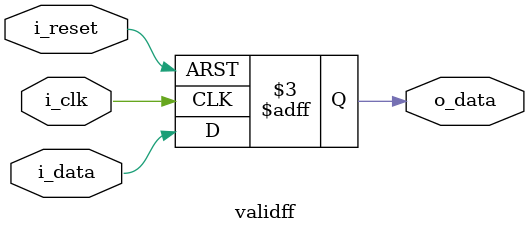
<source format=sv>
module validff(
    input logic i_clk,
    input logic i_reset,
    input logic i_data,
    output logic o_data
);
always @(posedge i_clk or negedge i_reset) begin
    if(!i_reset) begin 
        o_data <= 1'b0;
    end else begin 
        o_data <= i_data;
    end
end
endmodule
</source>
